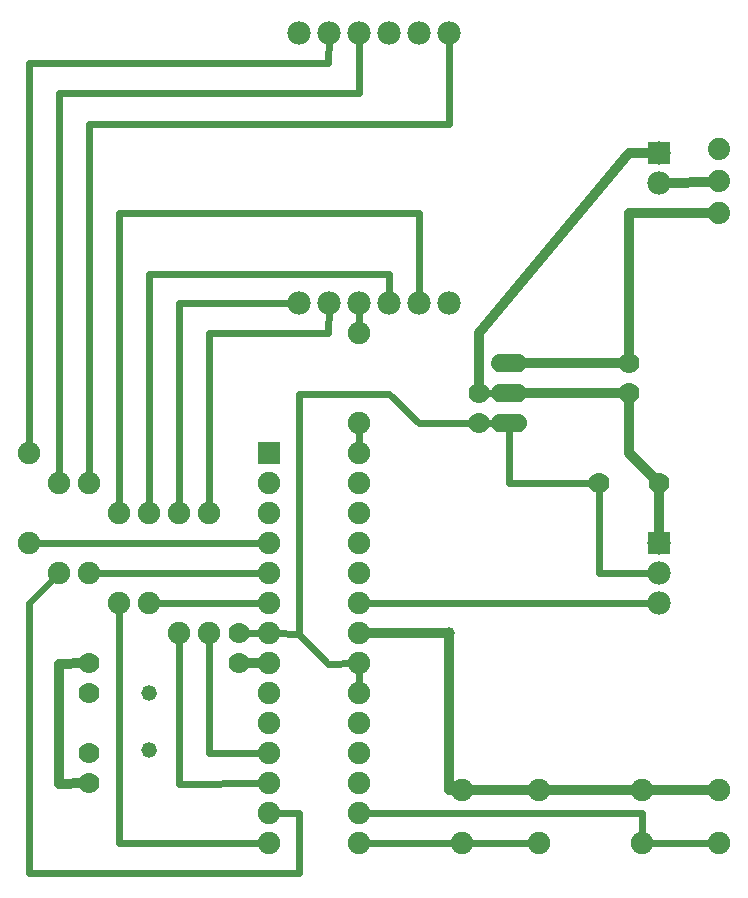
<source format=gbl>
G04 MADE WITH FRITZING*
G04 WWW.FRITZING.ORG*
G04 DOUBLE SIDED*
G04 HOLES PLATED*
G04 CONTOUR ON CENTER OF CONTOUR VECTOR*
%ASAXBY*%
%FSLAX23Y23*%
%MOIN*%
%OFA0B0*%
%SFA1.0B1.0*%
%ADD10C,0.075000*%
%ADD11C,0.052000*%
%ADD12C,0.060000*%
%ADD13C,0.074000*%
%ADD14C,0.078000*%
%ADD15C,0.070000*%
%ADD16C,0.039370*%
%ADD17R,0.075000X0.075000*%
%ADD18R,0.078000X0.078000*%
%ADD19C,0.024000*%
%ADD20C,0.032000*%
%ADD21R,0.001000X0.001000*%
%LNCOPPER0*%
G90*
G70*
G54D10*
X1032Y1724D03*
X1332Y1724D03*
X1032Y1624D03*
X1332Y1624D03*
X1032Y1524D03*
X1332Y1524D03*
X1032Y1424D03*
X1332Y1424D03*
X1032Y1324D03*
X1332Y1324D03*
X1032Y1224D03*
X1332Y1224D03*
X1032Y1124D03*
X1332Y1124D03*
X1032Y1024D03*
X1332Y1024D03*
X1032Y924D03*
X1332Y924D03*
X1032Y824D03*
X1332Y824D03*
X1032Y724D03*
X1332Y724D03*
X1032Y624D03*
X1332Y624D03*
X1032Y524D03*
X1332Y524D03*
X1032Y424D03*
X1332Y424D03*
G54D11*
X632Y924D03*
X632Y734D03*
G54D12*
X1832Y2024D03*
X1832Y1924D03*
X1832Y1824D03*
G54D13*
X2532Y2738D03*
X2532Y2631D03*
X2532Y2524D03*
X2532Y2738D03*
X2532Y2631D03*
X2532Y2524D03*
X2532Y2738D03*
X2532Y2631D03*
X2532Y2524D03*
G54D14*
X2332Y2724D03*
X2332Y2624D03*
X2332Y2724D03*
X2332Y2624D03*
G54D10*
X2532Y425D03*
X2276Y425D03*
X2532Y602D03*
X2276Y602D03*
X1932Y424D03*
X1676Y424D03*
X1932Y601D03*
X1676Y601D03*
X1332Y1824D03*
X1332Y2124D03*
X532Y1224D03*
X532Y1524D03*
X332Y1324D03*
X332Y1624D03*
X732Y1124D03*
X732Y1524D03*
X832Y1124D03*
X832Y1524D03*
X632Y1224D03*
X632Y1524D03*
X432Y1324D03*
X432Y1624D03*
X232Y1424D03*
X232Y1724D03*
G54D14*
X1632Y3124D03*
X1532Y3124D03*
X1432Y3124D03*
X1332Y3124D03*
X1232Y3124D03*
X1132Y3124D03*
X1132Y2224D03*
X1232Y2224D03*
X1332Y2224D03*
X1432Y2224D03*
X1532Y2224D03*
X1632Y2224D03*
X2332Y1424D03*
X2332Y1324D03*
X2332Y1224D03*
G54D15*
X2232Y2024D03*
X2232Y1924D03*
X2232Y2024D03*
X2232Y1924D03*
X432Y624D03*
X432Y724D03*
X432Y924D03*
X432Y1024D03*
X1732Y1824D03*
X1732Y1924D03*
X932Y1024D03*
X932Y1124D03*
X2132Y1624D03*
X2332Y1624D03*
G54D16*
X1632Y1124D03*
G54D17*
X1032Y1724D03*
G54D18*
X2332Y2724D03*
X2332Y2724D03*
X2332Y1424D03*
G54D19*
X1014Y1224D02*
X649Y1224D01*
D02*
X1014Y1324D02*
X449Y1324D01*
D02*
X231Y1225D02*
X319Y1312D01*
D02*
X1131Y325D02*
X231Y325D01*
D02*
X1131Y524D02*
X1131Y325D01*
D02*
X231Y325D02*
X231Y1225D01*
D02*
X1049Y524D02*
X1131Y524D01*
D02*
X1014Y1424D02*
X249Y1424D01*
D02*
X731Y623D02*
X732Y1107D01*
D02*
X1014Y624D02*
X731Y623D01*
D02*
X833Y726D02*
X832Y1107D01*
D02*
X1014Y724D02*
X833Y726D01*
D02*
X532Y425D02*
X532Y1207D01*
D02*
X1014Y424D02*
X532Y425D01*
G54D20*
D02*
X331Y623D02*
X331Y1023D01*
D02*
X331Y1023D02*
X417Y1024D01*
D02*
X417Y624D02*
X331Y623D01*
G54D19*
D02*
X1332Y942D02*
X1332Y1007D01*
D02*
X2313Y1224D02*
X1349Y1224D01*
D02*
X1531Y1824D02*
X1432Y1923D01*
D02*
X1717Y1824D02*
X1531Y1824D01*
G54D20*
D02*
X1014Y1024D02*
X947Y1024D01*
G54D19*
D02*
X1014Y1124D02*
X947Y1124D01*
D02*
X1747Y1924D02*
X1812Y1924D01*
D02*
X1747Y1824D02*
X1812Y1824D01*
D02*
X1131Y1123D02*
X1049Y1124D01*
D02*
X1332Y1742D02*
X1332Y1807D01*
D02*
X1131Y1923D02*
X1131Y1123D01*
D02*
X1432Y1923D02*
X1131Y1923D01*
D02*
X1230Y1023D02*
X1314Y1024D01*
D02*
X1131Y1123D02*
X1230Y1023D01*
G54D20*
D02*
X2512Y2630D02*
X2351Y2625D01*
D02*
X2233Y2525D02*
X2512Y2524D01*
D02*
X2232Y2039D02*
X2233Y2525D01*
D02*
X1733Y2125D02*
X2233Y2724D01*
D02*
X2233Y2724D02*
X2313Y2724D01*
D02*
X1732Y1939D02*
X1733Y2125D01*
D02*
X2217Y2024D02*
X1852Y2024D01*
D02*
X2217Y1924D02*
X1852Y1924D01*
D02*
X2332Y1609D02*
X2332Y1443D01*
G54D19*
D02*
X2514Y425D02*
X2293Y425D01*
G54D20*
D02*
X1624Y1124D02*
X1349Y1124D01*
D02*
X1658Y601D02*
X1632Y601D01*
D02*
X1632Y601D02*
X1632Y1116D01*
D02*
X1949Y601D02*
X2258Y602D01*
G54D19*
D02*
X2276Y524D02*
X1349Y524D01*
D02*
X2276Y442D02*
X2276Y524D01*
D02*
X1658Y424D02*
X1349Y424D01*
G54D20*
D02*
X2233Y1725D02*
X2321Y1635D01*
D02*
X2232Y1909D02*
X2233Y1725D01*
D02*
X1914Y601D02*
X1693Y601D01*
G54D19*
D02*
X1914Y424D02*
X1693Y424D01*
G54D20*
D02*
X2514Y602D02*
X2293Y602D01*
G54D19*
D02*
X2133Y1324D02*
X2132Y1609D01*
D02*
X2313Y1324D02*
X2133Y1324D01*
D02*
X1531Y2525D02*
X532Y2525D01*
D02*
X532Y2525D02*
X532Y1542D01*
D02*
X1532Y2243D02*
X1531Y2525D01*
D02*
X1332Y2205D02*
X1332Y2142D01*
D02*
X731Y2224D02*
X732Y1542D01*
D02*
X1113Y2224D02*
X731Y2224D01*
D02*
X833Y2125D02*
X832Y1542D01*
D02*
X1230Y2125D02*
X833Y2125D01*
D02*
X1232Y2205D02*
X1230Y2125D01*
D02*
X1432Y2323D02*
X632Y2323D01*
D02*
X632Y2323D02*
X632Y1542D01*
D02*
X1432Y2243D02*
X1432Y2323D01*
D02*
X433Y2823D02*
X432Y1642D01*
D02*
X1631Y2823D02*
X433Y2823D01*
D02*
X1632Y3105D02*
X1631Y2823D01*
D02*
X231Y3025D02*
X232Y1742D01*
D02*
X1230Y3025D02*
X231Y3025D01*
D02*
X1232Y3105D02*
X1230Y3025D01*
D02*
X1333Y2925D02*
X331Y2925D01*
D02*
X331Y2925D02*
X332Y1642D01*
D02*
X1332Y3105D02*
X1333Y2925D01*
D02*
X1832Y1625D02*
X1832Y1804D01*
D02*
X2117Y1624D02*
X1832Y1625D01*
G54D21*
X1797Y2054D02*
X1866Y2054D01*
X1793Y2053D02*
X1870Y2053D01*
X1790Y2052D02*
X1873Y2052D01*
X1788Y2051D02*
X1875Y2051D01*
X1787Y2050D02*
X1877Y2050D01*
X1785Y2049D02*
X1878Y2049D01*
X1784Y2048D02*
X1880Y2048D01*
X1783Y2047D02*
X1881Y2047D01*
X1781Y2046D02*
X1882Y2046D01*
X1780Y2045D02*
X1883Y2045D01*
X1780Y2044D02*
X1827Y2044D01*
X1836Y2044D02*
X1884Y2044D01*
X1779Y2043D02*
X1824Y2043D01*
X1839Y2043D02*
X1885Y2043D01*
X1778Y2042D02*
X1822Y2042D01*
X1842Y2042D02*
X1885Y2042D01*
X1777Y2041D02*
X1820Y2041D01*
X1843Y2041D02*
X1886Y2041D01*
X1777Y2040D02*
X1819Y2040D01*
X1845Y2040D02*
X1887Y2040D01*
X1776Y2039D02*
X1818Y2039D01*
X1846Y2039D02*
X1887Y2039D01*
X1776Y2038D02*
X1817Y2038D01*
X1847Y2038D02*
X1888Y2038D01*
X1775Y2037D02*
X1816Y2037D01*
X1848Y2037D02*
X1888Y2037D01*
X1775Y2036D02*
X1815Y2036D01*
X1848Y2036D02*
X1889Y2036D01*
X1774Y2035D02*
X1814Y2035D01*
X1849Y2035D02*
X1889Y2035D01*
X1774Y2034D02*
X1814Y2034D01*
X1850Y2034D02*
X1890Y2034D01*
X1774Y2033D02*
X1813Y2033D01*
X1850Y2033D02*
X1890Y2033D01*
X1773Y2032D02*
X1813Y2032D01*
X1851Y2032D02*
X1890Y2032D01*
X1773Y2031D02*
X1812Y2031D01*
X1851Y2031D02*
X1890Y2031D01*
X1773Y2030D02*
X1812Y2030D01*
X1851Y2030D02*
X1891Y2030D01*
X1773Y2029D02*
X1812Y2029D01*
X1852Y2029D02*
X1891Y2029D01*
X1772Y2028D02*
X1812Y2028D01*
X1852Y2028D02*
X1891Y2028D01*
X1772Y2027D02*
X1811Y2027D01*
X1852Y2027D02*
X1891Y2027D01*
X1772Y2026D02*
X1811Y2026D01*
X1852Y2026D02*
X1891Y2026D01*
X1772Y2025D02*
X1811Y2025D01*
X1852Y2025D02*
X1891Y2025D01*
X1772Y2024D02*
X1811Y2024D01*
X1852Y2024D02*
X1891Y2024D01*
X1772Y2023D02*
X1811Y2023D01*
X1852Y2023D02*
X1891Y2023D01*
X1772Y2022D02*
X1811Y2022D01*
X1852Y2022D02*
X1891Y2022D01*
X1772Y2021D02*
X1812Y2021D01*
X1852Y2021D02*
X1891Y2021D01*
X1773Y2020D02*
X1812Y2020D01*
X1852Y2020D02*
X1891Y2020D01*
X1773Y2019D02*
X1812Y2019D01*
X1851Y2019D02*
X1891Y2019D01*
X1773Y2018D02*
X1812Y2018D01*
X1851Y2018D02*
X1890Y2018D01*
X1773Y2017D02*
X1813Y2017D01*
X1851Y2017D02*
X1890Y2017D01*
X1773Y2016D02*
X1813Y2016D01*
X1850Y2016D02*
X1890Y2016D01*
X1774Y2015D02*
X1814Y2015D01*
X1850Y2015D02*
X1890Y2015D01*
X1774Y2014D02*
X1814Y2014D01*
X1849Y2014D02*
X1889Y2014D01*
X1775Y2013D02*
X1815Y2013D01*
X1849Y2013D02*
X1889Y2013D01*
X1775Y2012D02*
X1816Y2012D01*
X1848Y2012D02*
X1888Y2012D01*
X1775Y2011D02*
X1816Y2011D01*
X1847Y2011D02*
X1888Y2011D01*
X1776Y2010D02*
X1817Y2010D01*
X1846Y2010D02*
X1887Y2010D01*
X1777Y2009D02*
X1819Y2009D01*
X1845Y2009D02*
X1887Y2009D01*
X1777Y2008D02*
X1820Y2008D01*
X1844Y2008D02*
X1886Y2008D01*
X1778Y2007D02*
X1822Y2007D01*
X1842Y2007D02*
X1886Y2007D01*
X1779Y2006D02*
X1824Y2006D01*
X1840Y2006D02*
X1885Y2006D01*
X1779Y2005D02*
X1827Y2005D01*
X1837Y2005D02*
X1884Y2005D01*
X1780Y2004D02*
X1883Y2004D01*
X1781Y2003D02*
X1882Y2003D01*
X1782Y2002D02*
X1881Y2002D01*
X1784Y2001D02*
X1880Y2001D01*
X1785Y2000D02*
X1879Y2000D01*
X1786Y1999D02*
X1877Y1999D01*
X1788Y1998D02*
X1875Y1998D01*
X1790Y1997D02*
X1873Y1997D01*
X1793Y1996D02*
X1871Y1996D01*
X1796Y1995D02*
X1867Y1995D01*
X1797Y1954D02*
X1866Y1954D01*
X1793Y1953D02*
X1870Y1953D01*
X1790Y1952D02*
X1873Y1952D01*
X1788Y1951D02*
X1875Y1951D01*
X1787Y1950D02*
X1877Y1950D01*
X1785Y1949D02*
X1878Y1949D01*
X1784Y1948D02*
X1880Y1948D01*
X1783Y1947D02*
X1881Y1947D01*
X1781Y1946D02*
X1882Y1946D01*
X1780Y1945D02*
X1883Y1945D01*
X1780Y1944D02*
X1827Y1944D01*
X1836Y1944D02*
X1884Y1944D01*
X1779Y1943D02*
X1824Y1943D01*
X1840Y1943D02*
X1885Y1943D01*
X1778Y1942D02*
X1822Y1942D01*
X1842Y1942D02*
X1885Y1942D01*
X1777Y1941D02*
X1820Y1941D01*
X1843Y1941D02*
X1886Y1941D01*
X1777Y1940D02*
X1819Y1940D01*
X1845Y1940D02*
X1887Y1940D01*
X1776Y1939D02*
X1818Y1939D01*
X1846Y1939D02*
X1887Y1939D01*
X1776Y1938D02*
X1817Y1938D01*
X1847Y1938D02*
X1888Y1938D01*
X1775Y1937D02*
X1816Y1937D01*
X1848Y1937D02*
X1888Y1937D01*
X1775Y1936D02*
X1815Y1936D01*
X1848Y1936D02*
X1889Y1936D01*
X1774Y1935D02*
X1814Y1935D01*
X1849Y1935D02*
X1889Y1935D01*
X1774Y1934D02*
X1814Y1934D01*
X1850Y1934D02*
X1890Y1934D01*
X1773Y1933D02*
X1813Y1933D01*
X1850Y1933D02*
X1890Y1933D01*
X1773Y1932D02*
X1813Y1932D01*
X1851Y1932D02*
X1890Y1932D01*
X1773Y1931D02*
X1812Y1931D01*
X1851Y1931D02*
X1890Y1931D01*
X1773Y1930D02*
X1812Y1930D01*
X1851Y1930D02*
X1891Y1930D01*
X1773Y1929D02*
X1812Y1929D01*
X1852Y1929D02*
X1891Y1929D01*
X1772Y1928D02*
X1812Y1928D01*
X1852Y1928D02*
X1891Y1928D01*
X1772Y1927D02*
X1811Y1927D01*
X1852Y1927D02*
X1891Y1927D01*
X1772Y1926D02*
X1811Y1926D01*
X1852Y1926D02*
X1891Y1926D01*
X1772Y1925D02*
X1811Y1925D01*
X1852Y1925D02*
X1891Y1925D01*
X1772Y1924D02*
X1811Y1924D01*
X1852Y1924D02*
X1891Y1924D01*
X1772Y1923D02*
X1811Y1923D01*
X1852Y1923D02*
X1891Y1923D01*
X1772Y1922D02*
X1811Y1922D01*
X1852Y1922D02*
X1891Y1922D01*
X1772Y1921D02*
X1812Y1921D01*
X1852Y1921D02*
X1891Y1921D01*
X1773Y1920D02*
X1812Y1920D01*
X1852Y1920D02*
X1891Y1920D01*
X1773Y1919D02*
X1812Y1919D01*
X1851Y1919D02*
X1891Y1919D01*
X1773Y1918D02*
X1812Y1918D01*
X1851Y1918D02*
X1890Y1918D01*
X1773Y1917D02*
X1813Y1917D01*
X1851Y1917D02*
X1890Y1917D01*
X1773Y1916D02*
X1813Y1916D01*
X1850Y1916D02*
X1890Y1916D01*
X1774Y1915D02*
X1814Y1915D01*
X1850Y1915D02*
X1890Y1915D01*
X1774Y1914D02*
X1814Y1914D01*
X1849Y1914D02*
X1889Y1914D01*
X1775Y1913D02*
X1815Y1913D01*
X1849Y1913D02*
X1889Y1913D01*
X1775Y1912D02*
X1816Y1912D01*
X1848Y1912D02*
X1888Y1912D01*
X1775Y1911D02*
X1817Y1911D01*
X1847Y1911D02*
X1888Y1911D01*
X1776Y1910D02*
X1817Y1910D01*
X1846Y1910D02*
X1887Y1910D01*
X1777Y1909D02*
X1819Y1909D01*
X1845Y1909D02*
X1887Y1909D01*
X1777Y1908D02*
X1820Y1908D01*
X1844Y1908D02*
X1886Y1908D01*
X1778Y1907D02*
X1822Y1907D01*
X1842Y1907D02*
X1886Y1907D01*
X1779Y1906D02*
X1824Y1906D01*
X1840Y1906D02*
X1885Y1906D01*
X1779Y1905D02*
X1827Y1905D01*
X1837Y1905D02*
X1884Y1905D01*
X1780Y1904D02*
X1883Y1904D01*
X1781Y1903D02*
X1882Y1903D01*
X1782Y1902D02*
X1881Y1902D01*
X1784Y1901D02*
X1880Y1901D01*
X1785Y1900D02*
X1879Y1900D01*
X1786Y1899D02*
X1877Y1899D01*
X1788Y1898D02*
X1875Y1898D01*
X1790Y1897D02*
X1873Y1897D01*
X1793Y1896D02*
X1871Y1896D01*
X1796Y1895D02*
X1867Y1895D01*
X1797Y1854D02*
X1866Y1854D01*
X1793Y1853D02*
X1870Y1853D01*
X1790Y1852D02*
X1873Y1852D01*
X1788Y1851D02*
X1875Y1851D01*
X1787Y1850D02*
X1877Y1850D01*
X1785Y1849D02*
X1878Y1849D01*
X1784Y1848D02*
X1880Y1848D01*
X1782Y1847D02*
X1881Y1847D01*
X1781Y1846D02*
X1882Y1846D01*
X1780Y1845D02*
X1883Y1845D01*
X1780Y1844D02*
X1827Y1844D01*
X1836Y1844D02*
X1884Y1844D01*
X1779Y1843D02*
X1824Y1843D01*
X1840Y1843D02*
X1885Y1843D01*
X1778Y1842D02*
X1822Y1842D01*
X1842Y1842D02*
X1885Y1842D01*
X1777Y1841D02*
X1820Y1841D01*
X1843Y1841D02*
X1886Y1841D01*
X1777Y1840D02*
X1819Y1840D01*
X1845Y1840D02*
X1887Y1840D01*
X1776Y1839D02*
X1818Y1839D01*
X1846Y1839D02*
X1887Y1839D01*
X1776Y1838D02*
X1817Y1838D01*
X1847Y1838D02*
X1888Y1838D01*
X1775Y1837D02*
X1816Y1837D01*
X1848Y1837D02*
X1888Y1837D01*
X1775Y1836D02*
X1815Y1836D01*
X1848Y1836D02*
X1889Y1836D01*
X1774Y1835D02*
X1814Y1835D01*
X1849Y1835D02*
X1889Y1835D01*
X1774Y1834D02*
X1814Y1834D01*
X1850Y1834D02*
X1890Y1834D01*
X1773Y1833D02*
X1813Y1833D01*
X1850Y1833D02*
X1890Y1833D01*
X1773Y1832D02*
X1813Y1832D01*
X1851Y1832D02*
X1890Y1832D01*
X1773Y1831D02*
X1812Y1831D01*
X1851Y1831D02*
X1890Y1831D01*
X1773Y1830D02*
X1812Y1830D01*
X1851Y1830D02*
X1891Y1830D01*
X1773Y1829D02*
X1812Y1829D01*
X1852Y1829D02*
X1891Y1829D01*
X1772Y1828D02*
X1812Y1828D01*
X1852Y1828D02*
X1891Y1828D01*
X1772Y1827D02*
X1811Y1827D01*
X1852Y1827D02*
X1891Y1827D01*
X1772Y1826D02*
X1811Y1826D01*
X1852Y1826D02*
X1891Y1826D01*
X1772Y1825D02*
X1811Y1825D01*
X1852Y1825D02*
X1891Y1825D01*
X1772Y1824D02*
X1811Y1824D01*
X1852Y1824D02*
X1891Y1824D01*
X1772Y1823D02*
X1811Y1823D01*
X1852Y1823D02*
X1891Y1823D01*
X1772Y1822D02*
X1811Y1822D01*
X1852Y1822D02*
X1891Y1822D01*
X1772Y1821D02*
X1812Y1821D01*
X1852Y1821D02*
X1891Y1821D01*
X1773Y1820D02*
X1812Y1820D01*
X1852Y1820D02*
X1891Y1820D01*
X1773Y1819D02*
X1812Y1819D01*
X1851Y1819D02*
X1891Y1819D01*
X1773Y1818D02*
X1812Y1818D01*
X1851Y1818D02*
X1890Y1818D01*
X1773Y1817D02*
X1813Y1817D01*
X1851Y1817D02*
X1890Y1817D01*
X1773Y1816D02*
X1813Y1816D01*
X1850Y1816D02*
X1890Y1816D01*
X1774Y1815D02*
X1814Y1815D01*
X1850Y1815D02*
X1890Y1815D01*
X1774Y1814D02*
X1814Y1814D01*
X1849Y1814D02*
X1889Y1814D01*
X1775Y1813D02*
X1815Y1813D01*
X1849Y1813D02*
X1889Y1813D01*
X1775Y1812D02*
X1816Y1812D01*
X1848Y1812D02*
X1888Y1812D01*
X1775Y1811D02*
X1817Y1811D01*
X1847Y1811D02*
X1888Y1811D01*
X1776Y1810D02*
X1817Y1810D01*
X1846Y1810D02*
X1887Y1810D01*
X1777Y1809D02*
X1819Y1809D01*
X1845Y1809D02*
X1887Y1809D01*
X1777Y1808D02*
X1820Y1808D01*
X1844Y1808D02*
X1886Y1808D01*
X1778Y1807D02*
X1822Y1807D01*
X1842Y1807D02*
X1886Y1807D01*
X1779Y1806D02*
X1824Y1806D01*
X1840Y1806D02*
X1885Y1806D01*
X1779Y1805D02*
X1827Y1805D01*
X1837Y1805D02*
X1884Y1805D01*
X1780Y1804D02*
X1883Y1804D01*
X1781Y1803D02*
X1882Y1803D01*
X1782Y1802D02*
X1881Y1802D01*
X1784Y1801D02*
X1880Y1801D01*
X1785Y1800D02*
X1879Y1800D01*
X1786Y1799D02*
X1877Y1799D01*
X1788Y1798D02*
X1875Y1798D01*
X1790Y1797D02*
X1873Y1797D01*
X1793Y1796D02*
X1871Y1796D01*
X1796Y1795D02*
X1867Y1795D01*
D02*
G04 End of Copper0*
M02*
</source>
